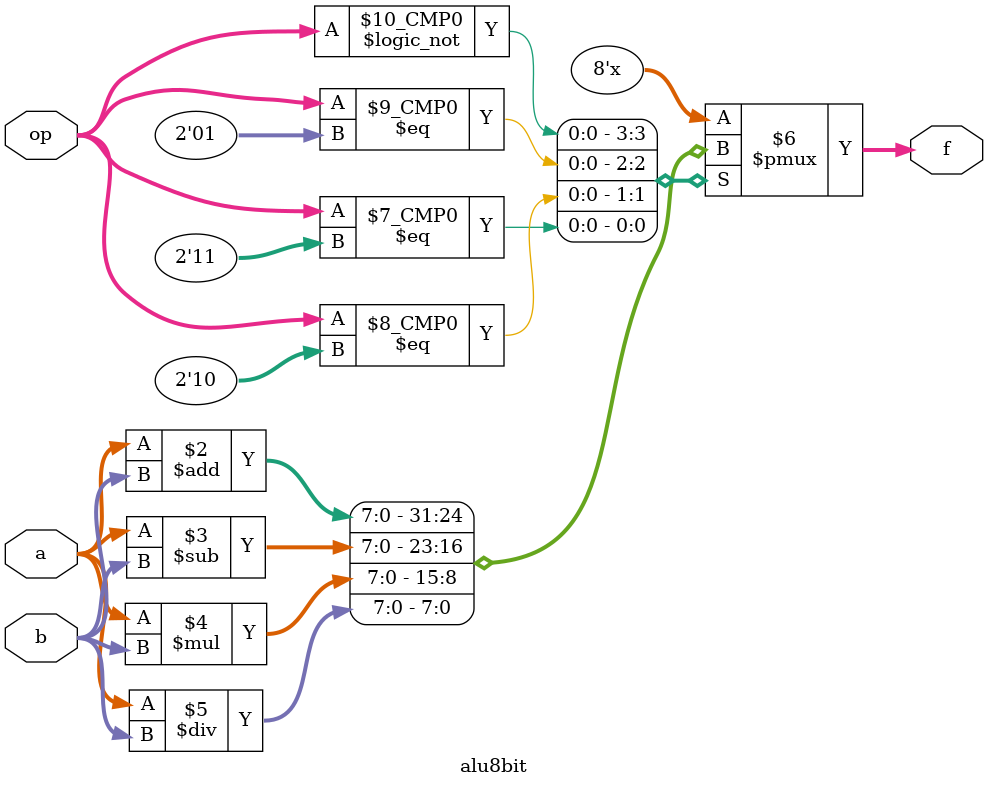
<source format=v>
module alu8bit(a,b,op,f);

  input [1:0]op;
  input [7:0]a,b;
  output reg [7:0]f;
  
  parameter ADD=2'b00 ,SUB=2'b01 ,MUL=2'b10,DIV=2'b11;

  always @(*) 
  begin
  case(op)
  ADD : f=a+b;
  SUB : f=a-b;
  MUL : f=a*b;
  DIV : f=a/b;
  endcase
 end
endmodule

</source>
